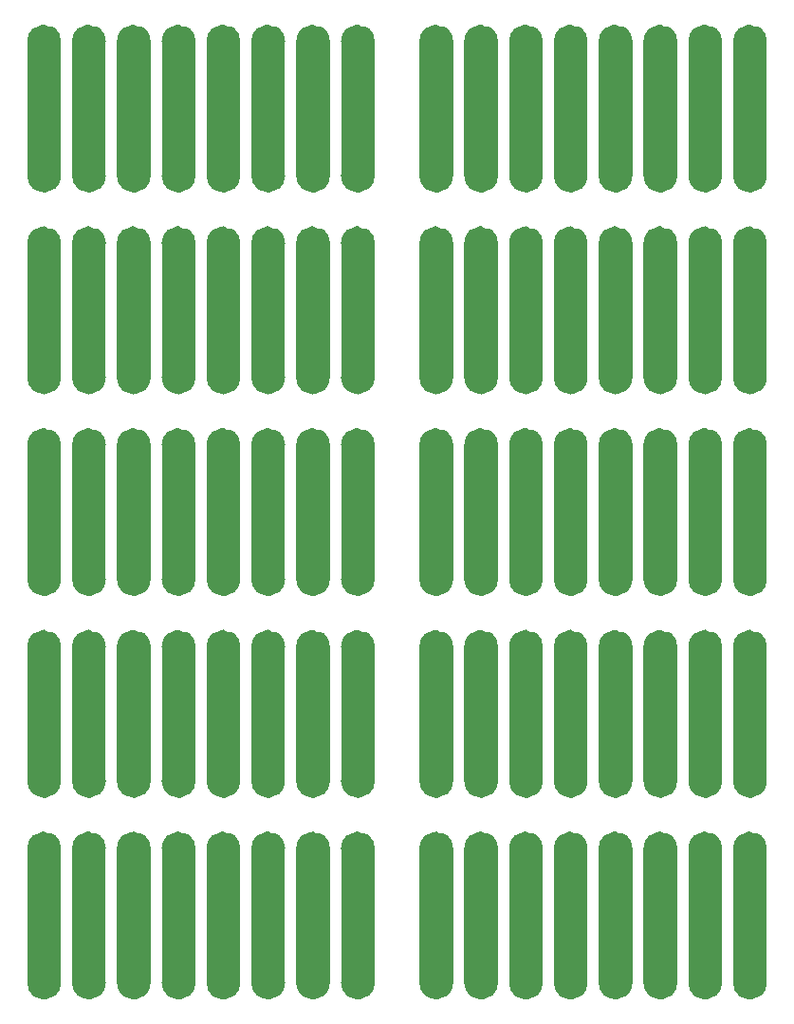
<source format=gbr>
%TF.GenerationSoftware,KiCad,Pcbnew,6.0.8-f2edbf62ab~116~ubuntu22.04.1*%
%TF.CreationDate,2022-10-31T09:01:50+00:00*%
%TF.ProjectId,panel,70616e65-6c2e-46b6-9963-61645f706362,3.0*%
%TF.SameCoordinates,Original*%
%TF.FileFunction,Paste,Bot*%
%TF.FilePolarity,Positive*%
%FSLAX46Y46*%
G04 Gerber Fmt 4.6, Leading zero omitted, Abs format (unit mm)*
G04 Created by KiCad (PCBNEW 6.0.8-f2edbf62ab~116~ubuntu22.04.1) date 2022-10-31 09:01:50*
%MOMM*%
%LPD*%
G01*
G04 APERTURE LIST*
%ADD10C,1.500000*%
G04 APERTURE END LIST*
G36*
X50000000Y-80000000D02*
G01*
X53000000Y-80000000D01*
X53000000Y-92000000D01*
X50000000Y-92000000D01*
X50000000Y-80000000D01*
G37*
G36*
X15000000Y-80000000D02*
G01*
X18000000Y-80000000D01*
X18000000Y-92000000D01*
X15000000Y-92000000D01*
X15000000Y-80000000D01*
G37*
G36*
X50000000Y-62000000D02*
G01*
X53000000Y-62000000D01*
X53000000Y-74000000D01*
X50000000Y-74000000D01*
X50000000Y-62000000D01*
G37*
G36*
X15000000Y-62000000D02*
G01*
X18000000Y-62000000D01*
X18000000Y-74000000D01*
X15000000Y-74000000D01*
X15000000Y-62000000D01*
G37*
G36*
X50000000Y-44000000D02*
G01*
X53000000Y-44000000D01*
X53000000Y-56000000D01*
X50000000Y-56000000D01*
X50000000Y-44000000D01*
G37*
G36*
X15000000Y-44000000D02*
G01*
X18000000Y-44000000D01*
X18000000Y-56000000D01*
X15000000Y-56000000D01*
X15000000Y-44000000D01*
G37*
G36*
X50000000Y-26000000D02*
G01*
X53000000Y-26000000D01*
X53000000Y-38000000D01*
X50000000Y-38000000D01*
X50000000Y-26000000D01*
G37*
G36*
X50000000Y-8000000D02*
G01*
X53000000Y-8000000D01*
X53000000Y-20000000D01*
X50000000Y-20000000D01*
X50000000Y-8000000D01*
G37*
G36*
X15000000Y-26000000D02*
G01*
X18000000Y-26000000D01*
X18000000Y-38000000D01*
X15000000Y-38000000D01*
X15000000Y-26000000D01*
G37*
G36*
X15000000Y-8000000D02*
G01*
X18000000Y-8000000D01*
X18000000Y-20000000D01*
X15000000Y-20000000D01*
X15000000Y-8000000D01*
G37*
D10*
X48250000Y-80000000D02*
G75*
G03*
X48250000Y-80000000I-750000J0D01*
G01*
X13250000Y-80000000D02*
G75*
G03*
X13250000Y-80000000I-750000J0D01*
G01*
X48250000Y-62000000D02*
G75*
G03*
X48250000Y-62000000I-750000J0D01*
G01*
X13250000Y-62000000D02*
G75*
G03*
X13250000Y-62000000I-750000J0D01*
G01*
X48250000Y-44000000D02*
G75*
G03*
X48250000Y-44000000I-750000J0D01*
G01*
X13250000Y-44000000D02*
G75*
G03*
X13250000Y-44000000I-750000J0D01*
G01*
X48250000Y-26000000D02*
G75*
G03*
X48250000Y-26000000I-750000J0D01*
G01*
X48250000Y-8000000D02*
G75*
G03*
X48250000Y-8000000I-750000J0D01*
G01*
X13250000Y-26000000D02*
G75*
G03*
X13250000Y-26000000I-750000J0D01*
G01*
X13250000Y-8000000D02*
G75*
G03*
X13250000Y-8000000I-750000J0D01*
G01*
X64250000Y-80000000D02*
G75*
G03*
X64250000Y-80000000I-750000J0D01*
G01*
X29250000Y-80000000D02*
G75*
G03*
X29250000Y-80000000I-750000J0D01*
G01*
X64250000Y-62000000D02*
G75*
G03*
X64250000Y-62000000I-750000J0D01*
G01*
X29250000Y-62000000D02*
G75*
G03*
X29250000Y-62000000I-750000J0D01*
G01*
X64250000Y-44000000D02*
G75*
G03*
X64250000Y-44000000I-750000J0D01*
G01*
X29250000Y-44000000D02*
G75*
G03*
X29250000Y-44000000I-750000J0D01*
G01*
X64250000Y-26000000D02*
G75*
G03*
X64250000Y-26000000I-750000J0D01*
G01*
X64250000Y-8000000D02*
G75*
G03*
X64250000Y-8000000I-750000J0D01*
G01*
X29250000Y-26000000D02*
G75*
G03*
X29250000Y-26000000I-750000J0D01*
G01*
X29250000Y-8000000D02*
G75*
G03*
X29250000Y-8000000I-750000J0D01*
G01*
G36*
X66000000Y-80000000D02*
G01*
X69000000Y-80000000D01*
X69000000Y-92000000D01*
X66000000Y-92000000D01*
X66000000Y-80000000D01*
G37*
G36*
X31000000Y-80000000D02*
G01*
X34000000Y-80000000D01*
X34000000Y-92000000D01*
X31000000Y-92000000D01*
X31000000Y-80000000D01*
G37*
G36*
X66000000Y-62000000D02*
G01*
X69000000Y-62000000D01*
X69000000Y-74000000D01*
X66000000Y-74000000D01*
X66000000Y-62000000D01*
G37*
G36*
X31000000Y-62000000D02*
G01*
X34000000Y-62000000D01*
X34000000Y-74000000D01*
X31000000Y-74000000D01*
X31000000Y-62000000D01*
G37*
G36*
X66000000Y-44000000D02*
G01*
X69000000Y-44000000D01*
X69000000Y-56000000D01*
X66000000Y-56000000D01*
X66000000Y-44000000D01*
G37*
G36*
X31000000Y-44000000D02*
G01*
X34000000Y-44000000D01*
X34000000Y-56000000D01*
X31000000Y-56000000D01*
X31000000Y-44000000D01*
G37*
G36*
X66000000Y-26000000D02*
G01*
X69000000Y-26000000D01*
X69000000Y-38000000D01*
X66000000Y-38000000D01*
X66000000Y-26000000D01*
G37*
G36*
X66000000Y-8000000D02*
G01*
X69000000Y-8000000D01*
X69000000Y-20000000D01*
X66000000Y-20000000D01*
X66000000Y-8000000D01*
G37*
G36*
X31000000Y-26000000D02*
G01*
X34000000Y-26000000D01*
X34000000Y-38000000D01*
X31000000Y-38000000D01*
X31000000Y-26000000D01*
G37*
G36*
X31000000Y-8000000D02*
G01*
X34000000Y-8000000D01*
X34000000Y-20000000D01*
X31000000Y-20000000D01*
X31000000Y-8000000D01*
G37*
G36*
X58000000Y-80000000D02*
G01*
X61000000Y-80000000D01*
X61000000Y-92000000D01*
X58000000Y-92000000D01*
X58000000Y-80000000D01*
G37*
G36*
X23000000Y-80000000D02*
G01*
X26000000Y-80000000D01*
X26000000Y-92000000D01*
X23000000Y-92000000D01*
X23000000Y-80000000D01*
G37*
G36*
X58000000Y-62000000D02*
G01*
X61000000Y-62000000D01*
X61000000Y-74000000D01*
X58000000Y-74000000D01*
X58000000Y-62000000D01*
G37*
G36*
X23000000Y-62000000D02*
G01*
X26000000Y-62000000D01*
X26000000Y-74000000D01*
X23000000Y-74000000D01*
X23000000Y-62000000D01*
G37*
G36*
X58000000Y-44000000D02*
G01*
X61000000Y-44000000D01*
X61000000Y-56000000D01*
X58000000Y-56000000D01*
X58000000Y-44000000D01*
G37*
G36*
X23000000Y-44000000D02*
G01*
X26000000Y-44000000D01*
X26000000Y-56000000D01*
X23000000Y-56000000D01*
X23000000Y-44000000D01*
G37*
G36*
X58000000Y-26000000D02*
G01*
X61000000Y-26000000D01*
X61000000Y-38000000D01*
X58000000Y-38000000D01*
X58000000Y-26000000D01*
G37*
G36*
X58000000Y-8000000D02*
G01*
X61000000Y-8000000D01*
X61000000Y-20000000D01*
X58000000Y-20000000D01*
X58000000Y-8000000D01*
G37*
G36*
X23000000Y-26000000D02*
G01*
X26000000Y-26000000D01*
X26000000Y-38000000D01*
X23000000Y-38000000D01*
X23000000Y-26000000D01*
G37*
G36*
X23000000Y-8000000D02*
G01*
X26000000Y-8000000D01*
X26000000Y-20000000D01*
X23000000Y-20000000D01*
X23000000Y-8000000D01*
G37*
X60250000Y-80000000D02*
G75*
G03*
X60250000Y-80000000I-750000J0D01*
G01*
X25250000Y-80000000D02*
G75*
G03*
X25250000Y-80000000I-750000J0D01*
G01*
X60250000Y-62000000D02*
G75*
G03*
X60250000Y-62000000I-750000J0D01*
G01*
X25250000Y-62000000D02*
G75*
G03*
X25250000Y-62000000I-750000J0D01*
G01*
X60250000Y-44000000D02*
G75*
G03*
X60250000Y-44000000I-750000J0D01*
G01*
X25250000Y-44000000D02*
G75*
G03*
X25250000Y-44000000I-750000J0D01*
G01*
X60250000Y-26000000D02*
G75*
G03*
X60250000Y-26000000I-750000J0D01*
G01*
X60250000Y-8000000D02*
G75*
G03*
X60250000Y-8000000I-750000J0D01*
G01*
X25250000Y-26000000D02*
G75*
G03*
X25250000Y-26000000I-750000J0D01*
G01*
X25250000Y-8000000D02*
G75*
G03*
X25250000Y-8000000I-750000J0D01*
G01*
G36*
X46000000Y-80000000D02*
G01*
X49000000Y-80000000D01*
X49000000Y-92000000D01*
X46000000Y-92000000D01*
X46000000Y-80000000D01*
G37*
G36*
X11000000Y-80000000D02*
G01*
X14000000Y-80000000D01*
X14000000Y-92000000D01*
X11000000Y-92000000D01*
X11000000Y-80000000D01*
G37*
G36*
X46000000Y-62000000D02*
G01*
X49000000Y-62000000D01*
X49000000Y-74000000D01*
X46000000Y-74000000D01*
X46000000Y-62000000D01*
G37*
G36*
X11000000Y-62000000D02*
G01*
X14000000Y-62000000D01*
X14000000Y-74000000D01*
X11000000Y-74000000D01*
X11000000Y-62000000D01*
G37*
G36*
X46000000Y-44000000D02*
G01*
X49000000Y-44000000D01*
X49000000Y-56000000D01*
X46000000Y-56000000D01*
X46000000Y-44000000D01*
G37*
G36*
X11000000Y-44000000D02*
G01*
X14000000Y-44000000D01*
X14000000Y-56000000D01*
X11000000Y-56000000D01*
X11000000Y-44000000D01*
G37*
G36*
X46000000Y-26000000D02*
G01*
X49000000Y-26000000D01*
X49000000Y-38000000D01*
X46000000Y-38000000D01*
X46000000Y-26000000D01*
G37*
G36*
X11000000Y-26000000D02*
G01*
X14000000Y-26000000D01*
X14000000Y-38000000D01*
X11000000Y-38000000D01*
X11000000Y-26000000D01*
G37*
G36*
X46000000Y-8000000D02*
G01*
X49000000Y-8000000D01*
X49000000Y-20000000D01*
X46000000Y-20000000D01*
X46000000Y-8000000D01*
G37*
G36*
X11000000Y-8000000D02*
G01*
X14000000Y-8000000D01*
X14000000Y-20000000D01*
X11000000Y-20000000D01*
X11000000Y-8000000D01*
G37*
X56250000Y-80000000D02*
G75*
G03*
X56250000Y-80000000I-750000J0D01*
G01*
X21250000Y-80000000D02*
G75*
G03*
X21250000Y-80000000I-750000J0D01*
G01*
X56250000Y-62000000D02*
G75*
G03*
X56250000Y-62000000I-750000J0D01*
G01*
X21250000Y-62000000D02*
G75*
G03*
X21250000Y-62000000I-750000J0D01*
G01*
X56250000Y-44000000D02*
G75*
G03*
X56250000Y-44000000I-750000J0D01*
G01*
X21250000Y-44000000D02*
G75*
G03*
X21250000Y-44000000I-750000J0D01*
G01*
X56250000Y-26000000D02*
G75*
G03*
X56250000Y-26000000I-750000J0D01*
G01*
X21250000Y-26000000D02*
G75*
G03*
X21250000Y-26000000I-750000J0D01*
G01*
X56250000Y-8000000D02*
G75*
G03*
X56250000Y-8000000I-750000J0D01*
G01*
X21250000Y-8000000D02*
G75*
G03*
X21250000Y-8000000I-750000J0D01*
G01*
X68250000Y-92000000D02*
G75*
G03*
X68250000Y-92000000I-750000J0D01*
G01*
X33250000Y-92000000D02*
G75*
G03*
X33250000Y-92000000I-750000J0D01*
G01*
X68250000Y-74000000D02*
G75*
G03*
X68250000Y-74000000I-750000J0D01*
G01*
X33250000Y-74000000D02*
G75*
G03*
X33250000Y-74000000I-750000J0D01*
G01*
X68250000Y-56000000D02*
G75*
G03*
X68250000Y-56000000I-750000J0D01*
G01*
X33250000Y-56000000D02*
G75*
G03*
X33250000Y-56000000I-750000J0D01*
G01*
X68250000Y-38000000D02*
G75*
G03*
X68250000Y-38000000I-750000J0D01*
G01*
X33250000Y-38000000D02*
G75*
G03*
X33250000Y-38000000I-750000J0D01*
G01*
X68250000Y-20000000D02*
G75*
G03*
X68250000Y-20000000I-750000J0D01*
G01*
X33250000Y-20000000D02*
G75*
G03*
X33250000Y-20000000I-750000J0D01*
G01*
X52250000Y-92000000D02*
G75*
G03*
X52250000Y-92000000I-750000J0D01*
G01*
X17250000Y-92000000D02*
G75*
G03*
X17250000Y-92000000I-750000J0D01*
G01*
X52250000Y-74000000D02*
G75*
G03*
X52250000Y-74000000I-750000J0D01*
G01*
X17250000Y-74000000D02*
G75*
G03*
X17250000Y-74000000I-750000J0D01*
G01*
X52250000Y-56000000D02*
G75*
G03*
X52250000Y-56000000I-750000J0D01*
G01*
X17250000Y-56000000D02*
G75*
G03*
X17250000Y-56000000I-750000J0D01*
G01*
X52250000Y-38000000D02*
G75*
G03*
X52250000Y-38000000I-750000J0D01*
G01*
X17250000Y-38000000D02*
G75*
G03*
X17250000Y-38000000I-750000J0D01*
G01*
X52250000Y-20000000D02*
G75*
G03*
X52250000Y-20000000I-750000J0D01*
G01*
X17250000Y-20000000D02*
G75*
G03*
X17250000Y-20000000I-750000J0D01*
G01*
X60250000Y-92000000D02*
G75*
G03*
X60250000Y-92000000I-750000J0D01*
G01*
X25250000Y-92000000D02*
G75*
G03*
X25250000Y-92000000I-750000J0D01*
G01*
X60250000Y-74000000D02*
G75*
G03*
X60250000Y-74000000I-750000J0D01*
G01*
X25250000Y-74000000D02*
G75*
G03*
X25250000Y-74000000I-750000J0D01*
G01*
X60250000Y-56000000D02*
G75*
G03*
X60250000Y-56000000I-750000J0D01*
G01*
X25250000Y-56000000D02*
G75*
G03*
X25250000Y-56000000I-750000J0D01*
G01*
X60250000Y-38000000D02*
G75*
G03*
X60250000Y-38000000I-750000J0D01*
G01*
X25250000Y-38000000D02*
G75*
G03*
X25250000Y-38000000I-750000J0D01*
G01*
X60250000Y-20000000D02*
G75*
G03*
X60250000Y-20000000I-750000J0D01*
G01*
X25250000Y-20000000D02*
G75*
G03*
X25250000Y-20000000I-750000J0D01*
G01*
G36*
X70000000Y-80000000D02*
G01*
X73000000Y-80000000D01*
X73000000Y-92000000D01*
X70000000Y-92000000D01*
X70000000Y-80000000D01*
G37*
G36*
X35000000Y-80000000D02*
G01*
X38000000Y-80000000D01*
X38000000Y-92000000D01*
X35000000Y-92000000D01*
X35000000Y-80000000D01*
G37*
G36*
X70000000Y-62000000D02*
G01*
X73000000Y-62000000D01*
X73000000Y-74000000D01*
X70000000Y-74000000D01*
X70000000Y-62000000D01*
G37*
G36*
X35000000Y-62000000D02*
G01*
X38000000Y-62000000D01*
X38000000Y-74000000D01*
X35000000Y-74000000D01*
X35000000Y-62000000D01*
G37*
G36*
X70000000Y-44000000D02*
G01*
X73000000Y-44000000D01*
X73000000Y-56000000D01*
X70000000Y-56000000D01*
X70000000Y-44000000D01*
G37*
G36*
X35000000Y-44000000D02*
G01*
X38000000Y-44000000D01*
X38000000Y-56000000D01*
X35000000Y-56000000D01*
X35000000Y-44000000D01*
G37*
G36*
X70000000Y-26000000D02*
G01*
X73000000Y-26000000D01*
X73000000Y-38000000D01*
X70000000Y-38000000D01*
X70000000Y-26000000D01*
G37*
G36*
X35000000Y-26000000D02*
G01*
X38000000Y-26000000D01*
X38000000Y-38000000D01*
X35000000Y-38000000D01*
X35000000Y-26000000D01*
G37*
G36*
X70000000Y-8000000D02*
G01*
X73000000Y-8000000D01*
X73000000Y-20000000D01*
X70000000Y-20000000D01*
X70000000Y-8000000D01*
G37*
G36*
X35000000Y-8000000D02*
G01*
X38000000Y-8000000D01*
X38000000Y-20000000D01*
X35000000Y-20000000D01*
X35000000Y-8000000D01*
G37*
X64250000Y-92000000D02*
G75*
G03*
X64250000Y-92000000I-750000J0D01*
G01*
X29250000Y-92000000D02*
G75*
G03*
X29250000Y-92000000I-750000J0D01*
G01*
X64250000Y-74000000D02*
G75*
G03*
X64250000Y-74000000I-750000J0D01*
G01*
X29250000Y-74000000D02*
G75*
G03*
X29250000Y-74000000I-750000J0D01*
G01*
X64250000Y-56000000D02*
G75*
G03*
X64250000Y-56000000I-750000J0D01*
G01*
X29250000Y-56000000D02*
G75*
G03*
X29250000Y-56000000I-750000J0D01*
G01*
X64250000Y-38000000D02*
G75*
G03*
X64250000Y-38000000I-750000J0D01*
G01*
X29250000Y-38000000D02*
G75*
G03*
X29250000Y-38000000I-750000J0D01*
G01*
X64250000Y-20000000D02*
G75*
G03*
X64250000Y-20000000I-750000J0D01*
G01*
X29250000Y-20000000D02*
G75*
G03*
X29250000Y-20000000I-750000J0D01*
G01*
X56250000Y-92000000D02*
G75*
G03*
X56250000Y-92000000I-750000J0D01*
G01*
X21250000Y-92000000D02*
G75*
G03*
X21250000Y-92000000I-750000J0D01*
G01*
X56250000Y-74000000D02*
G75*
G03*
X56250000Y-74000000I-750000J0D01*
G01*
X21250000Y-74000000D02*
G75*
G03*
X21250000Y-74000000I-750000J0D01*
G01*
X56250000Y-56000000D02*
G75*
G03*
X56250000Y-56000000I-750000J0D01*
G01*
X21250000Y-56000000D02*
G75*
G03*
X21250000Y-56000000I-750000J0D01*
G01*
X56250000Y-38000000D02*
G75*
G03*
X56250000Y-38000000I-750000J0D01*
G01*
X21250000Y-38000000D02*
G75*
G03*
X21250000Y-38000000I-750000J0D01*
G01*
X56250000Y-20000000D02*
G75*
G03*
X56250000Y-20000000I-750000J0D01*
G01*
X21250000Y-20000000D02*
G75*
G03*
X21250000Y-20000000I-750000J0D01*
G01*
X72250000Y-92000000D02*
G75*
G03*
X72250000Y-92000000I-750000J0D01*
G01*
X37250000Y-92000000D02*
G75*
G03*
X37250000Y-92000000I-750000J0D01*
G01*
X72250000Y-74000000D02*
G75*
G03*
X72250000Y-74000000I-750000J0D01*
G01*
X37250000Y-74000000D02*
G75*
G03*
X37250000Y-74000000I-750000J0D01*
G01*
X72250000Y-56000000D02*
G75*
G03*
X72250000Y-56000000I-750000J0D01*
G01*
X37250000Y-56000000D02*
G75*
G03*
X37250000Y-56000000I-750000J0D01*
G01*
X72250000Y-38000000D02*
G75*
G03*
X72250000Y-38000000I-750000J0D01*
G01*
X37250000Y-38000000D02*
G75*
G03*
X37250000Y-38000000I-750000J0D01*
G01*
X72250000Y-20000000D02*
G75*
G03*
X72250000Y-20000000I-750000J0D01*
G01*
X37250000Y-20000000D02*
G75*
G03*
X37250000Y-20000000I-750000J0D01*
G01*
X52250000Y-80000000D02*
G75*
G03*
X52250000Y-80000000I-750000J0D01*
G01*
X17250000Y-80000000D02*
G75*
G03*
X17250000Y-80000000I-750000J0D01*
G01*
X52250000Y-62000000D02*
G75*
G03*
X52250000Y-62000000I-750000J0D01*
G01*
X17250000Y-62000000D02*
G75*
G03*
X17250000Y-62000000I-750000J0D01*
G01*
X52250000Y-44000000D02*
G75*
G03*
X52250000Y-44000000I-750000J0D01*
G01*
X17250000Y-44000000D02*
G75*
G03*
X17250000Y-44000000I-750000J0D01*
G01*
X52250000Y-26000000D02*
G75*
G03*
X52250000Y-26000000I-750000J0D01*
G01*
X17250000Y-26000000D02*
G75*
G03*
X17250000Y-26000000I-750000J0D01*
G01*
X52250000Y-8000000D02*
G75*
G03*
X52250000Y-8000000I-750000J0D01*
G01*
X17250000Y-8000000D02*
G75*
G03*
X17250000Y-8000000I-750000J0D01*
G01*
G36*
X62000000Y-80000000D02*
G01*
X65000000Y-80000000D01*
X65000000Y-92000000D01*
X62000000Y-92000000D01*
X62000000Y-80000000D01*
G37*
G36*
X27000000Y-80000000D02*
G01*
X30000000Y-80000000D01*
X30000000Y-92000000D01*
X27000000Y-92000000D01*
X27000000Y-80000000D01*
G37*
G36*
X62000000Y-62000000D02*
G01*
X65000000Y-62000000D01*
X65000000Y-74000000D01*
X62000000Y-74000000D01*
X62000000Y-62000000D01*
G37*
G36*
X27000000Y-62000000D02*
G01*
X30000000Y-62000000D01*
X30000000Y-74000000D01*
X27000000Y-74000000D01*
X27000000Y-62000000D01*
G37*
G36*
X62000000Y-44000000D02*
G01*
X65000000Y-44000000D01*
X65000000Y-56000000D01*
X62000000Y-56000000D01*
X62000000Y-44000000D01*
G37*
G36*
X27000000Y-44000000D02*
G01*
X30000000Y-44000000D01*
X30000000Y-56000000D01*
X27000000Y-56000000D01*
X27000000Y-44000000D01*
G37*
G36*
X62000000Y-26000000D02*
G01*
X65000000Y-26000000D01*
X65000000Y-38000000D01*
X62000000Y-38000000D01*
X62000000Y-26000000D01*
G37*
G36*
X27000000Y-26000000D02*
G01*
X30000000Y-26000000D01*
X30000000Y-38000000D01*
X27000000Y-38000000D01*
X27000000Y-26000000D01*
G37*
G36*
X62000000Y-8000000D02*
G01*
X65000000Y-8000000D01*
X65000000Y-20000000D01*
X62000000Y-20000000D01*
X62000000Y-8000000D01*
G37*
G36*
X27000000Y-8000000D02*
G01*
X30000000Y-8000000D01*
X30000000Y-20000000D01*
X27000000Y-20000000D01*
X27000000Y-8000000D01*
G37*
X72250000Y-80000000D02*
G75*
G03*
X72250000Y-80000000I-750000J0D01*
G01*
X37250000Y-80000000D02*
G75*
G03*
X37250000Y-80000000I-750000J0D01*
G01*
X72250000Y-62000000D02*
G75*
G03*
X72250000Y-62000000I-750000J0D01*
G01*
X37250000Y-62000000D02*
G75*
G03*
X37250000Y-62000000I-750000J0D01*
G01*
X72250000Y-44000000D02*
G75*
G03*
X72250000Y-44000000I-750000J0D01*
G01*
X37250000Y-44000000D02*
G75*
G03*
X37250000Y-44000000I-750000J0D01*
G01*
X72250000Y-26000000D02*
G75*
G03*
X72250000Y-26000000I-750000J0D01*
G01*
X37250000Y-26000000D02*
G75*
G03*
X37250000Y-26000000I-750000J0D01*
G01*
X37250000Y-8000000D02*
G75*
G03*
X37250000Y-8000000I-750000J0D01*
G01*
X72250000Y-8000000D02*
G75*
G03*
X72250000Y-8000000I-750000J0D01*
G01*
X48250000Y-92000000D02*
G75*
G03*
X48250000Y-92000000I-750000J0D01*
G01*
X13250000Y-92000000D02*
G75*
G03*
X13250000Y-92000000I-750000J0D01*
G01*
X48250000Y-74000000D02*
G75*
G03*
X48250000Y-74000000I-750000J0D01*
G01*
X13250000Y-74000000D02*
G75*
G03*
X13250000Y-74000000I-750000J0D01*
G01*
X48250000Y-56000000D02*
G75*
G03*
X48250000Y-56000000I-750000J0D01*
G01*
X13250000Y-56000000D02*
G75*
G03*
X13250000Y-56000000I-750000J0D01*
G01*
X48250000Y-38000000D02*
G75*
G03*
X48250000Y-38000000I-750000J0D01*
G01*
X13250000Y-38000000D02*
G75*
G03*
X13250000Y-38000000I-750000J0D01*
G01*
X13250000Y-20000000D02*
G75*
G03*
X13250000Y-20000000I-750000J0D01*
G01*
X48250000Y-20000000D02*
G75*
G03*
X48250000Y-20000000I-750000J0D01*
G01*
X68250000Y-80000000D02*
G75*
G03*
X68250000Y-80000000I-750000J0D01*
G01*
X33250000Y-80000000D02*
G75*
G03*
X33250000Y-80000000I-750000J0D01*
G01*
X68250000Y-62000000D02*
G75*
G03*
X68250000Y-62000000I-750000J0D01*
G01*
X33250000Y-62000000D02*
G75*
G03*
X33250000Y-62000000I-750000J0D01*
G01*
X68250000Y-44000000D02*
G75*
G03*
X68250000Y-44000000I-750000J0D01*
G01*
X33250000Y-44000000D02*
G75*
G03*
X33250000Y-44000000I-750000J0D01*
G01*
X68250000Y-26000000D02*
G75*
G03*
X68250000Y-26000000I-750000J0D01*
G01*
X33250000Y-26000000D02*
G75*
G03*
X33250000Y-26000000I-750000J0D01*
G01*
X33250000Y-8000000D02*
G75*
G03*
X33250000Y-8000000I-750000J0D01*
G01*
X68250000Y-8000000D02*
G75*
G03*
X68250000Y-8000000I-750000J0D01*
G01*
X44250000Y-80000000D02*
G75*
G03*
X44250000Y-80000000I-750000J0D01*
G01*
X9250000Y-80000000D02*
G75*
G03*
X9250000Y-80000000I-750000J0D01*
G01*
X44250000Y-62000000D02*
G75*
G03*
X44250000Y-62000000I-750000J0D01*
G01*
X9250000Y-62000000D02*
G75*
G03*
X9250000Y-62000000I-750000J0D01*
G01*
X44250000Y-44000000D02*
G75*
G03*
X44250000Y-44000000I-750000J0D01*
G01*
X9250000Y-44000000D02*
G75*
G03*
X9250000Y-44000000I-750000J0D01*
G01*
X44250000Y-26000000D02*
G75*
G03*
X44250000Y-26000000I-750000J0D01*
G01*
X9250000Y-26000000D02*
G75*
G03*
X9250000Y-26000000I-750000J0D01*
G01*
X9250000Y-8000000D02*
G75*
G03*
X9250000Y-8000000I-750000J0D01*
G01*
X44250000Y-8000000D02*
G75*
G03*
X44250000Y-8000000I-750000J0D01*
G01*
G36*
X54000000Y-80000000D02*
G01*
X57000000Y-80000000D01*
X57000000Y-92000000D01*
X54000000Y-92000000D01*
X54000000Y-80000000D01*
G37*
G36*
X19000000Y-80000000D02*
G01*
X22000000Y-80000000D01*
X22000000Y-92000000D01*
X19000000Y-92000000D01*
X19000000Y-80000000D01*
G37*
G36*
X54000000Y-62000000D02*
G01*
X57000000Y-62000000D01*
X57000000Y-74000000D01*
X54000000Y-74000000D01*
X54000000Y-62000000D01*
G37*
G36*
X19000000Y-62000000D02*
G01*
X22000000Y-62000000D01*
X22000000Y-74000000D01*
X19000000Y-74000000D01*
X19000000Y-62000000D01*
G37*
G36*
X54000000Y-44000000D02*
G01*
X57000000Y-44000000D01*
X57000000Y-56000000D01*
X54000000Y-56000000D01*
X54000000Y-44000000D01*
G37*
G36*
X19000000Y-44000000D02*
G01*
X22000000Y-44000000D01*
X22000000Y-56000000D01*
X19000000Y-56000000D01*
X19000000Y-44000000D01*
G37*
G36*
X54000000Y-26000000D02*
G01*
X57000000Y-26000000D01*
X57000000Y-38000000D01*
X54000000Y-38000000D01*
X54000000Y-26000000D01*
G37*
G36*
X19000000Y-26000000D02*
G01*
X22000000Y-26000000D01*
X22000000Y-38000000D01*
X19000000Y-38000000D01*
X19000000Y-26000000D01*
G37*
G36*
X19000000Y-8000000D02*
G01*
X22000000Y-8000000D01*
X22000000Y-20000000D01*
X19000000Y-20000000D01*
X19000000Y-8000000D01*
G37*
G36*
X54000000Y-8000000D02*
G01*
X57000000Y-8000000D01*
X57000000Y-20000000D01*
X54000000Y-20000000D01*
X54000000Y-8000000D01*
G37*
G36*
X42000000Y-80000000D02*
G01*
X45000000Y-80000000D01*
X45000000Y-92000000D01*
X42000000Y-92000000D01*
X42000000Y-80000000D01*
G37*
G36*
X7000000Y-80000000D02*
G01*
X10000000Y-80000000D01*
X10000000Y-92000000D01*
X7000000Y-92000000D01*
X7000000Y-80000000D01*
G37*
G36*
X42000000Y-62000000D02*
G01*
X45000000Y-62000000D01*
X45000000Y-74000000D01*
X42000000Y-74000000D01*
X42000000Y-62000000D01*
G37*
G36*
X7000000Y-62000000D02*
G01*
X10000000Y-62000000D01*
X10000000Y-74000000D01*
X7000000Y-74000000D01*
X7000000Y-62000000D01*
G37*
G36*
X42000000Y-44000000D02*
G01*
X45000000Y-44000000D01*
X45000000Y-56000000D01*
X42000000Y-56000000D01*
X42000000Y-44000000D01*
G37*
G36*
X7000000Y-44000000D02*
G01*
X10000000Y-44000000D01*
X10000000Y-56000000D01*
X7000000Y-56000000D01*
X7000000Y-44000000D01*
G37*
G36*
X42000000Y-26000000D02*
G01*
X45000000Y-26000000D01*
X45000000Y-38000000D01*
X42000000Y-38000000D01*
X42000000Y-26000000D01*
G37*
G36*
X7000000Y-26000000D02*
G01*
X10000000Y-26000000D01*
X10000000Y-38000000D01*
X7000000Y-38000000D01*
X7000000Y-26000000D01*
G37*
G36*
X42000000Y-8000000D02*
G01*
X45000000Y-8000000D01*
X45000000Y-20000000D01*
X42000000Y-20000000D01*
X42000000Y-8000000D01*
G37*
G36*
X7000000Y-8000000D02*
G01*
X10000000Y-8000000D01*
X10000000Y-20000000D01*
X7000000Y-20000000D01*
X7000000Y-8000000D01*
G37*
X9250000Y-20000000D02*
G75*
G03*
X9250000Y-20000000I-750000J0D01*
G01*
X44250000Y-92000000D02*
G75*
G03*
X44250000Y-92000000I-750000J0D01*
G01*
X9250000Y-92000000D02*
G75*
G03*
X9250000Y-92000000I-750000J0D01*
G01*
X44250000Y-74000000D02*
G75*
G03*
X44250000Y-74000000I-750000J0D01*
G01*
X9250000Y-74000000D02*
G75*
G03*
X9250000Y-74000000I-750000J0D01*
G01*
X44250000Y-56000000D02*
G75*
G03*
X44250000Y-56000000I-750000J0D01*
G01*
X9250000Y-56000000D02*
G75*
G03*
X9250000Y-56000000I-750000J0D01*
G01*
X44250000Y-38000000D02*
G75*
G03*
X44250000Y-38000000I-750000J0D01*
G01*
X9250000Y-38000000D02*
G75*
G03*
X9250000Y-38000000I-750000J0D01*
G01*
X44250000Y-20000000D02*
G75*
G03*
X44250000Y-20000000I-750000J0D01*
G01*
M02*

</source>
